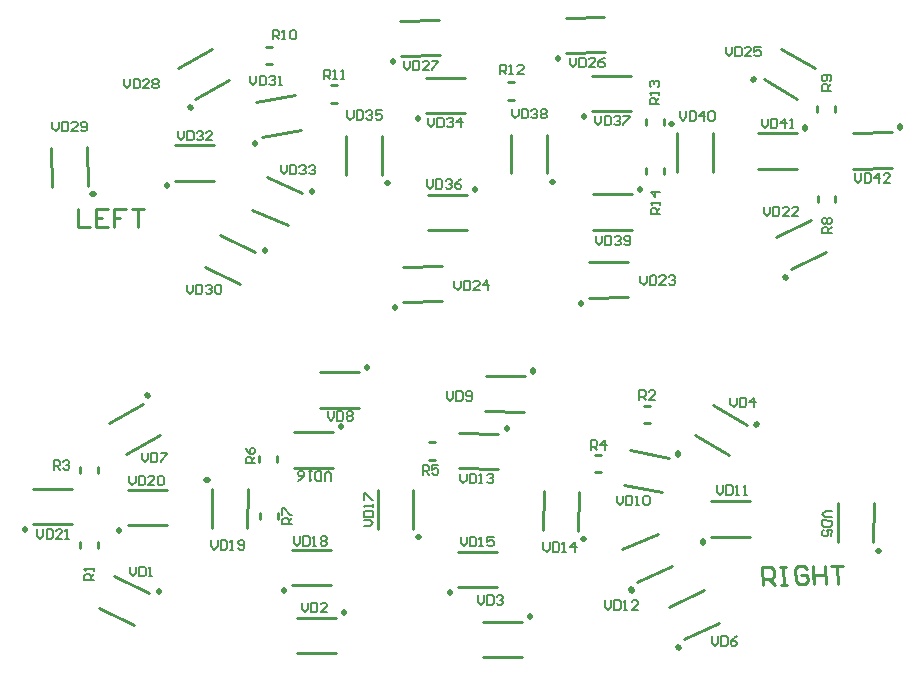
<source format=gto>
G04 Layer_Color=65535*
%FSLAX44Y44*%
%MOMM*%
G71*
G01*
G75*
%ADD33C,0.5000*%
%ADD34C,0.2540*%
%ADD35C,0.2000*%
D33*
X462836Y69612D02*
X462837Y68612D01*
X188491Y184458D02*
X189491Y184440D01*
X367336Y136362D02*
X368336Y136362D01*
X302586Y230362D02*
X302586Y229362D01*
X324836Y279862D02*
Y280862D01*
X138257Y256755D02*
X138741Y255881D01*
X756682Y125034D02*
X757682Y125017D01*
X587786Y43785D02*
X588201Y42875D01*
X465001Y276661D02*
X465010Y277661D01*
X148088Y89607D02*
X148526Y90505D01*
X654087Y231553D02*
X654602Y232410D01*
X114836Y142612D02*
X114836Y141613D01*
X34836Y143363D02*
X34836Y142362D01*
X304836Y72112D02*
Y73112D01*
X254086Y91862D02*
X254086Y90863D01*
X442664Y227958D02*
X442682Y228958D01*
X507170Y134787D02*
X508170Y134769D01*
X394336Y90112D02*
X394336Y89113D01*
X587539Y206374D02*
X587730Y207356D01*
X608586Y131862D02*
Y132862D01*
X548053Y92150D02*
X548459Y91237D01*
X480758Y437323D02*
X481759Y437323D01*
X341008Y436073D02*
X342008Y436074D01*
X229657Y470368D02*
X229831Y469384D01*
X91907Y426659D02*
X92907Y426676D01*
X346091Y539687D02*
X346108Y538688D01*
X678679Y356773D02*
X679109Y355870D01*
X505844Y334925D02*
X505861Y333925D01*
X348093Y331425D02*
X348111Y330425D01*
X651590Y523253D02*
X652090Y524119D01*
X486094Y542175D02*
X486111Y541175D01*
X174854Y500555D02*
X175338Y499680D01*
X508008Y493074D02*
X508008Y492074D01*
X555759Y431573D02*
X555759Y430573D01*
X367508Y491574D02*
X367509Y490574D01*
X415758Y431073D02*
X415759Y430073D01*
X154758Y434324D02*
X154759Y433324D01*
X775406Y484222D02*
X775423Y483222D01*
X695508Y483323D02*
X695508Y482323D01*
X582009Y485824D02*
X583009Y485824D01*
X237760Y378568D02*
X238198Y379467D01*
X277748Y428576D02*
X278155Y429489D01*
D34*
X422837Y34612D02*
X455837Y34613D01*
X422836Y64612D02*
X455836Y64612D01*
X222787Y143853D02*
X223363Y176848D01*
X192792Y144377D02*
X193368Y177372D01*
X234086Y151862D02*
Y156862D01*
X249086Y151862D02*
Y156862D01*
X248336Y199862D02*
X248336Y204862D01*
X233337Y199863D02*
X233337Y204863D01*
X333336Y143362D02*
X333336Y176362D01*
X363336Y176362D02*
X363336Y143362D01*
X262587Y195362D02*
X295587Y195362D01*
X262586Y225362D02*
X295586Y225362D01*
X376836Y201612D02*
X381836D01*
X376836Y216612D02*
X381836D01*
X517836Y191362D02*
X522836D01*
X517836Y206362D02*
X522836D01*
X284836Y245862D02*
X317836D01*
X284836Y275862D02*
X317836D01*
X120240Y206751D02*
X149102Y222750D01*
X105696Y232990D02*
X134558Y248988D01*
X96836Y191112D02*
Y196112D01*
X81836Y191112D02*
Y196112D01*
X722809Y132626D02*
X723385Y165621D01*
X752805Y132103D02*
X753381Y165098D01*
X558836Y232862D02*
X563836D01*
X558836Y247862D02*
X563836D01*
X81836Y127362D02*
Y132362D01*
X96836Y127362D02*
Y132362D01*
X580057Y77627D02*
X610085Y91312D01*
X592497Y50327D02*
X622526Y64013D01*
X424706Y243011D02*
X457705Y242723D01*
X424968Y273010D02*
X457967Y272722D01*
X97231Y76582D02*
X126892Y62116D01*
X110382Y103546D02*
X140042Y89080D01*
X602289Y223010D02*
X630575Y206014D01*
X617740Y248725D02*
X646027Y231729D01*
X121836Y176612D02*
X154836Y176612D01*
X121837Y146612D02*
X154836Y146612D01*
X41836Y177362D02*
X74836Y177362D01*
X41837Y147362D02*
X74836Y147362D01*
X264836Y38112D02*
X297836D01*
X264836Y68112D02*
X297836D01*
X261086Y125862D02*
X294086Y125862D01*
X261087Y95862D02*
X294086Y95862D01*
X402077Y194661D02*
X435073Y194085D01*
X402601Y224657D02*
X435596Y224081D01*
X473298Y142379D02*
X473874Y175374D01*
X503293Y141855D02*
X503869Y174850D01*
X401336Y124112D02*
X434336Y124112D01*
X401337Y94112D02*
X434336Y94112D01*
X541786Y180632D02*
X574181Y174335D01*
X547511Y210080D02*
X579904Y203784D01*
X615586Y166862D02*
X648586D01*
X615586Y136862D02*
X648586D01*
X540618Y126058D02*
X570765Y139480D01*
X552821Y98651D02*
X582968Y112074D01*
X659336Y96112D02*
X659203Y111347D01*
X666821Y111413D01*
X669382Y108896D01*
X669426Y103818D01*
X666909Y101257D01*
X659292Y101191D01*
X664370Y101235D02*
X669493Y96201D01*
X674438Y111480D02*
X679516Y111524D01*
X676977Y111502D01*
X677110Y96267D01*
X674571Y96245D01*
X679649Y96290D01*
X697312Y109140D02*
X694751Y111657D01*
X689672Y111613D01*
X687155Y109051D01*
X687244Y98895D01*
X689805Y96378D01*
X694883Y96423D01*
X697400Y98984D01*
X697356Y104062D01*
X692278Y104018D01*
X702368Y111723D02*
X702501Y96489D01*
X702434Y104106D01*
X712591Y104195D01*
X712524Y111812D01*
X712657Y96578D01*
X717602Y111856D02*
X727759Y111945D01*
X722680Y111901D01*
X722813Y96666D01*
X446758Y444324D02*
X446759Y477323D01*
X476758Y477323D02*
X476758Y444323D01*
X307008Y476073D02*
X307008Y443073D01*
X337008Y476073D02*
X337009Y443074D01*
X230647Y505067D02*
X263146Y510798D01*
X235856Y475523D02*
X268355Y481254D01*
X57214Y466059D02*
X57790Y433064D01*
X87209Y466583D02*
X87785Y433588D01*
X560508Y444074D02*
Y449074D01*
X575508Y444074D02*
Y449074D01*
Y485324D02*
Y490324D01*
X560508Y485324D02*
Y490324D01*
X444008Y521574D02*
X449008D01*
X444008Y506574D02*
X449008D01*
X294009Y519324D02*
X299009D01*
X294009Y504324D02*
X299009D01*
X352497Y573804D02*
X385492Y574380D01*
X353020Y543809D02*
X386015Y544385D01*
X670359Y390474D02*
X700145Y404681D01*
X683275Y363397D02*
X713060Y377603D01*
X512249Y369042D02*
X545244Y369618D01*
X512773Y339047D02*
X545768Y339623D01*
X354499Y365542D02*
X387494Y366118D01*
X355023Y335546D02*
X388018Y336123D01*
X720759Y496574D02*
Y501574D01*
X705759Y496574D02*
Y501574D01*
X239258Y551824D02*
X244258D01*
X239258Y536824D02*
X244258D01*
X675152Y550064D02*
X703731Y533564D01*
X660152Y524083D02*
X688731Y507584D01*
X492499Y576292D02*
X525494Y576868D01*
X493023Y546296D02*
X526017Y546873D01*
X164493Y533686D02*
X193355Y549685D01*
X179037Y507447D02*
X207899Y523446D01*
X515008Y527074D02*
X548008Y527074D01*
X515009Y497074D02*
X548008Y497074D01*
X515758Y396573D02*
X548759Y396574D01*
X515758Y426573D02*
X548758Y426574D01*
X374508Y525574D02*
X407509Y525574D01*
X374509Y495574D02*
X407509Y495574D01*
X375759Y396074D02*
X408759Y396073D01*
X375758Y426073D02*
X408758Y426074D01*
X161758Y468324D02*
X194758Y468324D01*
X161759Y438324D02*
X194758Y438324D01*
X706008Y420324D02*
Y425324D01*
X721009Y420324D02*
Y425324D01*
X736023Y448529D02*
X769018Y449105D01*
X735499Y478525D02*
X768494Y479101D01*
X655508Y448324D02*
X688509Y448324D01*
X655508Y478324D02*
X688508Y478324D01*
X617009Y445824D02*
X617009Y478823D01*
X587009Y478823D02*
X587009Y445823D01*
X186903Y365544D02*
X216563Y351078D01*
X200054Y392507D02*
X229715Y378041D01*
X227377Y413785D02*
X257525Y400362D01*
X239579Y441191D02*
X269726Y427769D01*
X79759Y414059D02*
Y398824D01*
X89915D01*
X105150Y414059D02*
X94993D01*
Y398824D01*
X105150D01*
X94993Y406441D02*
X100072D01*
X120385Y414059D02*
X110229D01*
Y406441D01*
X115307D01*
X110229D01*
Y398824D01*
X125464Y414059D02*
X135620D01*
X130542D01*
Y398824D01*
D35*
X93086Y99862D02*
X85089D01*
Y103861D01*
X86422Y105194D01*
X89088D01*
X90421Y103861D01*
Y99862D01*
Y102528D02*
X93086Y105194D01*
Y107860D02*
Y110526D01*
Y109193D01*
X85089D01*
X86422Y107860D01*
X555086Y252612D02*
Y260610D01*
X559085D01*
X560418Y259277D01*
Y256611D01*
X559085Y255278D01*
X555086D01*
X557752D02*
X560418Y252612D01*
X568415D02*
X563084D01*
X568415Y257944D01*
Y259277D01*
X567082Y260610D01*
X564417D01*
X563084Y259277D01*
X59086Y193612D02*
Y201610D01*
X63085D01*
X64418Y200277D01*
Y197611D01*
X63085Y196278D01*
X59086D01*
X61752D02*
X64418Y193612D01*
X67084Y200277D02*
X68417Y201610D01*
X71083D01*
X72415Y200277D01*
Y198944D01*
X71083Y197611D01*
X69749D01*
X71083D01*
X72415Y196278D01*
Y194945D01*
X71083Y193612D01*
X68417D01*
X67084Y194945D01*
X514086Y210362D02*
Y218360D01*
X518085D01*
X519418Y217027D01*
Y214361D01*
X518085Y213028D01*
X514086D01*
X516752D02*
X519418Y210362D01*
X526082D02*
Y218360D01*
X522084Y214361D01*
X527415D01*
X371586Y189362D02*
Y197360D01*
X375585D01*
X376918Y196027D01*
Y193361D01*
X375585Y192028D01*
X371586D01*
X374252D02*
X376918Y189362D01*
X384915Y197360D02*
X379584D01*
Y193361D01*
X382250Y194694D01*
X383582D01*
X384915Y193361D01*
Y190695D01*
X383582Y189362D01*
X380917D01*
X379584Y190695D01*
X229586Y198862D02*
X221589D01*
Y202861D01*
X222922Y204194D01*
X225588D01*
X226921Y202861D01*
Y198862D01*
Y201528D02*
X229586Y204194D01*
X221589Y212191D02*
X222922Y209526D01*
X225588Y206860D01*
X228253D01*
X229586Y208193D01*
Y210858D01*
X228253Y212191D01*
X226921D01*
X225588Y210858D01*
Y206860D01*
X260836Y147362D02*
X252839D01*
Y151361D01*
X254172Y152694D01*
X256838D01*
X258171Y151361D01*
Y147362D01*
Y150028D02*
X260836Y152694D01*
X252839Y155360D02*
Y160691D01*
X254172D01*
X259503Y155360D01*
X260836D01*
X123586Y111360D02*
Y106028D01*
X126252Y103362D01*
X128918Y106028D01*
Y111360D01*
X131584D02*
Y103362D01*
X135583D01*
X136915Y104695D01*
Y110027D01*
X135583Y111360D01*
X131584D01*
X139581Y103362D02*
X142247D01*
X140914D01*
Y111360D01*
X139581Y110027D01*
X269086Y80860D02*
Y75528D01*
X271752Y72862D01*
X274418Y75528D01*
Y80860D01*
X277084D02*
Y72862D01*
X281082D01*
X282415Y74195D01*
Y79527D01*
X281082Y80860D01*
X277084D01*
X290413Y72862D02*
X285081D01*
X290413Y78194D01*
Y79527D01*
X289080Y80860D01*
X286414D01*
X285081Y79527D01*
X418246Y87254D02*
Y81922D01*
X420912Y79256D01*
X423578Y81922D01*
Y87254D01*
X426244D02*
Y79256D01*
X430243D01*
X431575Y80589D01*
Y85921D01*
X430243Y87254D01*
X426244D01*
X434241Y85921D02*
X435574Y87254D01*
X438240D01*
X439573Y85921D01*
Y84588D01*
X438240Y83255D01*
X436907D01*
X438240D01*
X439573Y81922D01*
Y80589D01*
X438240Y79256D01*
X435574D01*
X434241Y80589D01*
X632086Y254610D02*
Y249278D01*
X634752Y246612D01*
X637418Y249278D01*
Y254610D01*
X640084D02*
Y246612D01*
X644082D01*
X645415Y247945D01*
Y253277D01*
X644082Y254610D01*
X640084D01*
X652080Y246612D02*
Y254610D01*
X648081Y250611D01*
X653413D01*
X718007Y158464D02*
X712676Y158557D01*
X709964Y155938D01*
X712583Y153226D01*
X717914Y153133D01*
X717867Y150468D02*
X709871Y150608D01*
X709801Y146609D01*
X711111Y145253D01*
X716441Y145161D01*
X717797Y146470D01*
X717867Y150468D01*
X717635Y137141D02*
X717728Y142472D01*
X713730Y142542D01*
X715016Y139853D01*
X714993Y138520D01*
X713636Y137211D01*
X710971Y137257D01*
X709662Y138613D01*
X709708Y141279D01*
X711064Y142588D01*
X616336Y52360D02*
Y47028D01*
X619002Y44362D01*
X621668Y47028D01*
Y52360D01*
X624334D02*
Y44362D01*
X628332D01*
X629665Y45695D01*
Y51027D01*
X628332Y52360D01*
X624334D01*
X637663D02*
X634997Y51027D01*
X632331Y48361D01*
Y45695D01*
X633664Y44362D01*
X636330D01*
X637663Y45695D01*
Y47028D01*
X636330Y48361D01*
X632331D01*
X133586Y207860D02*
Y202528D01*
X136252Y199862D01*
X138918Y202528D01*
Y207860D01*
X141584D02*
Y199862D01*
X145583D01*
X146915Y201195D01*
Y206527D01*
X145583Y207860D01*
X141584D01*
X149581D02*
X154913D01*
Y206527D01*
X149581Y201195D01*
Y199862D01*
X291086Y243110D02*
Y237778D01*
X293752Y235112D01*
X296418Y237778D01*
Y243110D01*
X299084D02*
Y235112D01*
X303083D01*
X304415Y236445D01*
Y241777D01*
X303083Y243110D01*
X299084D01*
X307081Y241777D02*
X308414Y243110D01*
X311080D01*
X312413Y241777D01*
Y240444D01*
X311080Y239111D01*
X312413Y237778D01*
Y236445D01*
X311080Y235112D01*
X308414D01*
X307081Y236445D01*
Y237778D01*
X308414Y239111D01*
X307081Y240444D01*
Y241777D01*
X308414Y239111D02*
X311080D01*
X392086Y259860D02*
Y254528D01*
X394752Y251862D01*
X397418Y254528D01*
Y259860D01*
X400084D02*
Y251862D01*
X404082D01*
X405415Y253195D01*
Y258527D01*
X404082Y259860D01*
X400084D01*
X408081Y253195D02*
X409414Y251862D01*
X412080D01*
X413413Y253195D01*
Y258527D01*
X412080Y259860D01*
X409414D01*
X408081Y258527D01*
Y257194D01*
X409414Y255861D01*
X413413D01*
X535836Y171610D02*
Y166278D01*
X538502Y163612D01*
X541168Y166278D01*
Y171610D01*
X543834D02*
Y163612D01*
X547832D01*
X549165Y164945D01*
Y170277D01*
X547832Y171610D01*
X543834D01*
X551831Y163612D02*
X554497D01*
X553164D01*
Y171610D01*
X551831Y170277D01*
X558496D02*
X559829Y171610D01*
X562494D01*
X563827Y170277D01*
Y164945D01*
X562494Y163612D01*
X559829D01*
X558496Y164945D01*
Y170277D01*
X620586Y180360D02*
Y175028D01*
X623252Y172362D01*
X625918Y175028D01*
Y180360D01*
X628584D02*
Y172362D01*
X632583D01*
X633915Y173695D01*
Y179027D01*
X632583Y180360D01*
X628584D01*
X636581Y172362D02*
X639247D01*
X637914D01*
Y180360D01*
X636581Y179027D01*
X643246Y172362D02*
X645911D01*
X644579D01*
Y180360D01*
X643246Y179027D01*
X525836Y82860D02*
Y77528D01*
X528502Y74862D01*
X531168Y77528D01*
Y82860D01*
X533834D02*
Y74862D01*
X537832D01*
X539165Y76195D01*
Y81527D01*
X537832Y82860D01*
X533834D01*
X541831Y74862D02*
X544497D01*
X543164D01*
Y82860D01*
X541831Y81527D01*
X553827Y74862D02*
X548496D01*
X553827Y80194D01*
Y81527D01*
X552494Y82860D01*
X549829D01*
X548496Y81527D01*
X403336Y190110D02*
Y184778D01*
X406002Y182112D01*
X408668Y184778D01*
Y190110D01*
X411334D02*
Y182112D01*
X415332D01*
X416665Y183445D01*
Y188777D01*
X415332Y190110D01*
X411334D01*
X419331Y182112D02*
X421997D01*
X420664D01*
Y190110D01*
X419331Y188777D01*
X425996D02*
X427329Y190110D01*
X429994D01*
X431327Y188777D01*
Y187444D01*
X429994Y186111D01*
X428661D01*
X429994D01*
X431327Y184778D01*
Y183445D01*
X429994Y182112D01*
X427329D01*
X425996Y183445D01*
X473836Y132110D02*
Y126778D01*
X476502Y124112D01*
X479168Y126778D01*
Y132110D01*
X481834D02*
Y124112D01*
X485832D01*
X487165Y125445D01*
Y130777D01*
X485832Y132110D01*
X481834D01*
X489831Y124112D02*
X492497D01*
X491164D01*
Y132110D01*
X489831Y130777D01*
X500494Y124112D02*
Y132110D01*
X496496Y128111D01*
X501827D01*
X403586Y136610D02*
Y131278D01*
X406252Y128612D01*
X408918Y131278D01*
Y136610D01*
X411584D02*
Y128612D01*
X415583D01*
X416915Y129945D01*
Y135277D01*
X415583Y136610D01*
X411584D01*
X419581Y128612D02*
X422247D01*
X420914D01*
Y136610D01*
X419581Y135277D01*
X431577Y136610D02*
X426246D01*
Y132611D01*
X428912Y133944D01*
X430244D01*
X431577Y132611D01*
Y129945D01*
X430244Y128612D01*
X427579D01*
X426246Y129945D01*
X293836Y184365D02*
Y189697D01*
X291171Y192362D01*
X288505Y189697D01*
Y184365D01*
X285839D02*
Y192362D01*
X281840D01*
X280507Y191029D01*
Y185698D01*
X281840Y184365D01*
X285839D01*
X277841Y192362D02*
X275176D01*
X276509D01*
Y184365D01*
X277841Y185698D01*
X265845Y184365D02*
X268511Y185698D01*
X271177Y188364D01*
Y191029D01*
X269844Y192362D01*
X267178D01*
X265845Y191029D01*
Y189697D01*
X267178Y188364D01*
X271177D01*
X321589Y145612D02*
X326921D01*
X329586Y148278D01*
X326921Y150944D01*
X321589D01*
Y153610D02*
X329586D01*
Y157608D01*
X328253Y158941D01*
X322922D01*
X321589Y157608D01*
Y153610D01*
X329586Y161607D02*
Y164273D01*
Y162940D01*
X321589D01*
X322922Y161607D01*
X321589Y168272D02*
Y173603D01*
X322922D01*
X328253Y168272D01*
X329586D01*
X262586Y137110D02*
Y131778D01*
X265252Y129112D01*
X267918Y131778D01*
Y137110D01*
X270584D02*
Y129112D01*
X274583D01*
X275915Y130445D01*
Y135777D01*
X274583Y137110D01*
X270584D01*
X278581Y129112D02*
X281247D01*
X279914D01*
Y137110D01*
X278581Y135777D01*
X285246D02*
X286579Y137110D01*
X289244D01*
X290577Y135777D01*
Y134444D01*
X289244Y133111D01*
X290577Y131778D01*
Y130445D01*
X289244Y129112D01*
X286579D01*
X285246Y130445D01*
Y131778D01*
X286579Y133111D01*
X285246Y134444D01*
Y135777D01*
X286579Y133111D02*
X289244D01*
X192586Y133860D02*
Y128528D01*
X195252Y125862D01*
X197918Y128528D01*
Y133860D01*
X200584D02*
Y125862D01*
X204583D01*
X205915Y127195D01*
Y132527D01*
X204583Y133860D01*
X200584D01*
X208581Y125862D02*
X211247D01*
X209914D01*
Y133860D01*
X208581Y132527D01*
X215246Y127195D02*
X216579Y125862D01*
X219244D01*
X220577Y127195D01*
Y132527D01*
X219244Y133860D01*
X216579D01*
X215246Y132527D01*
Y131194D01*
X216579Y129861D01*
X220577D01*
X123086Y188360D02*
Y183028D01*
X125752Y180362D01*
X128418Y183028D01*
Y188360D01*
X131084D02*
Y180362D01*
X135083D01*
X136415Y181695D01*
Y187027D01*
X135083Y188360D01*
X131084D01*
X144413Y180362D02*
X139081D01*
X144413Y185694D01*
Y187027D01*
X143080Y188360D01*
X140414D01*
X139081Y187027D01*
X147079D02*
X148412Y188360D01*
X151077D01*
X152410Y187027D01*
Y181695D01*
X151077Y180362D01*
X148412D01*
X147079Y181695D01*
Y187027D01*
X45086Y143110D02*
Y137778D01*
X47752Y135112D01*
X50418Y137778D01*
Y143110D01*
X53084D02*
Y135112D01*
X57083D01*
X58415Y136445D01*
Y141777D01*
X57083Y143110D01*
X53084D01*
X66413Y135112D02*
X61081D01*
X66413Y140444D01*
Y141777D01*
X65080Y143110D01*
X62414D01*
X61081Y141777D01*
X69079Y135112D02*
X71744D01*
X70412D01*
Y143110D01*
X69079Y141777D01*
X717758Y393574D02*
X709761D01*
Y397572D01*
X711094Y398905D01*
X713760D01*
X715093Y397572D01*
Y393574D01*
Y396239D02*
X717758Y398905D01*
X711094Y401571D02*
X709761Y402904D01*
Y405570D01*
X711094Y406903D01*
X712427D01*
X713760Y405570D01*
X715093Y406903D01*
X716425D01*
X717758Y405570D01*
Y402904D01*
X716425Y401571D01*
X715093D01*
X713760Y402904D01*
X712427Y401571D01*
X711094D01*
X713760Y402904D02*
Y405570D01*
X717508Y514574D02*
X709511D01*
Y518572D01*
X710844Y519905D01*
X713510D01*
X714843Y518572D01*
Y514574D01*
Y517239D02*
X717508Y519905D01*
X716176Y522571D02*
X717508Y523904D01*
Y526570D01*
X716176Y527903D01*
X710844D01*
X709511Y526570D01*
Y523904D01*
X710844Y522571D01*
X712177D01*
X713510Y523904D01*
Y527903D01*
X244508Y557824D02*
Y565821D01*
X248507D01*
X249840Y564488D01*
Y561822D01*
X248507Y560489D01*
X244508D01*
X247174D02*
X249840Y557824D01*
X252506D02*
X255172D01*
X253839D01*
Y565821D01*
X252506Y564488D01*
X259170D02*
X260503Y565821D01*
X263169D01*
X264502Y564488D01*
Y559156D01*
X263169Y557824D01*
X260503D01*
X259170Y559156D01*
Y564488D01*
X288008Y524074D02*
Y532071D01*
X292007D01*
X293340Y530738D01*
Y528072D01*
X292007Y526739D01*
X288008D01*
X290674D02*
X293340Y524074D01*
X296006D02*
X298672D01*
X297339D01*
Y532071D01*
X296006Y530738D01*
X302670Y524074D02*
X305336D01*
X304003D01*
Y532071D01*
X302670Y530738D01*
X437009Y528324D02*
Y536321D01*
X441007D01*
X442340Y534988D01*
Y532322D01*
X441007Y530989D01*
X437009D01*
X439674D02*
X442340Y528324D01*
X445006D02*
X447672D01*
X446339D01*
Y536321D01*
X445006Y534988D01*
X457002Y528324D02*
X451670D01*
X457002Y533655D01*
Y534988D01*
X455669Y536321D01*
X453003D01*
X451670Y534988D01*
X571758Y502824D02*
X563761D01*
Y506822D01*
X565094Y508155D01*
X567760D01*
X569093Y506822D01*
Y502824D01*
Y505489D02*
X571758Y508155D01*
Y510821D02*
Y513487D01*
Y512154D01*
X563761D01*
X565094Y510821D01*
Y517486D02*
X563761Y518818D01*
Y521484D01*
X565094Y522817D01*
X566427D01*
X567760Y521484D01*
Y520151D01*
Y521484D01*
X569093Y522817D01*
X570426D01*
X571758Y521484D01*
Y518818D01*
X570426Y517486D01*
X572509Y409824D02*
X564511D01*
Y413822D01*
X565844Y415155D01*
X568510D01*
X569843Y413822D01*
Y409824D01*
Y412489D02*
X572509Y415155D01*
Y417821D02*
Y420487D01*
Y419154D01*
X564511D01*
X565844Y417821D01*
X572509Y428484D02*
X564511D01*
X568510Y424486D01*
Y429817D01*
X660258Y416321D02*
Y410989D01*
X662924Y408324D01*
X665590Y410989D01*
Y416321D01*
X668256D02*
Y408324D01*
X672255D01*
X673587Y409656D01*
Y414988D01*
X672255Y416321D01*
X668256D01*
X681585Y408324D02*
X676253D01*
X681585Y413655D01*
Y414988D01*
X680252Y416321D01*
X677586D01*
X676253Y414988D01*
X689582Y408324D02*
X684251D01*
X689582Y413655D01*
Y414988D01*
X688249Y416321D01*
X685584D01*
X684251Y414988D01*
X555869Y357820D02*
X555962Y352489D01*
X558674Y349870D01*
X561293Y352582D01*
X561200Y357913D01*
X563865Y357959D02*
X564005Y349963D01*
X568003Y350033D01*
X569312Y351389D01*
X569219Y356720D01*
X567863Y358029D01*
X563865Y357959D01*
X577332Y350196D02*
X572001Y350103D01*
X577239Y355527D01*
X577215Y356859D01*
X575859Y358169D01*
X573194Y358122D01*
X571885Y356766D01*
X579881Y356906D02*
X581190Y358262D01*
X583856Y358308D01*
X585212Y356999D01*
X585235Y355666D01*
X583925Y354310D01*
X582593Y354287D01*
X583925Y354310D01*
X585281Y353001D01*
X585305Y351668D01*
X583995Y350312D01*
X581330Y350266D01*
X579974Y351575D01*
X398369Y353320D02*
X398462Y347989D01*
X401174Y345370D01*
X403793Y348082D01*
X403700Y353413D01*
X406365Y353459D02*
X406505Y345463D01*
X410503Y345533D01*
X411812Y346889D01*
X411719Y352220D01*
X410363Y353529D01*
X406365Y353459D01*
X419832Y345696D02*
X414501Y345603D01*
X419739Y351027D01*
X419715Y352359D01*
X418359Y353669D01*
X415694Y353622D01*
X414385Y352266D01*
X426495Y345812D02*
X426356Y353808D01*
X422427Y349740D01*
X427758Y349833D01*
X628259Y551571D02*
Y546239D01*
X630924Y543574D01*
X633590Y546239D01*
Y551571D01*
X636256D02*
Y543574D01*
X640255D01*
X641588Y544907D01*
Y550238D01*
X640255Y551571D01*
X636256D01*
X649585Y543574D02*
X644253D01*
X649585Y548905D01*
Y550238D01*
X648252Y551571D01*
X645586D01*
X644253Y550238D01*
X657582Y551571D02*
X652251D01*
Y547572D01*
X654917Y548905D01*
X656249D01*
X657582Y547572D01*
Y544907D01*
X656249Y543574D01*
X653584D01*
X652251Y544907D01*
X496259Y542321D02*
Y536989D01*
X498924Y534324D01*
X501590Y536989D01*
Y542321D01*
X504256D02*
Y534324D01*
X508255D01*
X509588Y535657D01*
Y540988D01*
X508255Y542321D01*
X504256D01*
X517585Y534324D02*
X512253D01*
X517585Y539655D01*
Y540988D01*
X516252Y542321D01*
X513586D01*
X512253Y540988D01*
X525582Y542321D02*
X522916Y540988D01*
X520251Y538322D01*
Y535657D01*
X521584Y534324D01*
X524249D01*
X525582Y535657D01*
Y536989D01*
X524249Y538322D01*
X520251D01*
X355508Y539821D02*
Y534489D01*
X358174Y531824D01*
X360840Y534489D01*
Y539821D01*
X363506D02*
Y531824D01*
X367505D01*
X368838Y533157D01*
Y538488D01*
X367505Y539821D01*
X363506D01*
X376835Y531824D02*
X371503D01*
X376835Y537155D01*
Y538488D01*
X375502Y539821D01*
X372836D01*
X371503Y538488D01*
X379501Y539821D02*
X384832D01*
Y538488D01*
X379501Y533157D01*
Y531824D01*
X118758Y524321D02*
Y518989D01*
X121424Y516324D01*
X124090Y518989D01*
Y524321D01*
X126756D02*
Y516324D01*
X130755D01*
X132087Y517657D01*
Y522988D01*
X130755Y524321D01*
X126756D01*
X140085Y516324D02*
X134753D01*
X140085Y521655D01*
Y522988D01*
X138752Y524321D01*
X136086D01*
X134753Y522988D01*
X142751D02*
X144084Y524321D01*
X146749D01*
X148082Y522988D01*
Y521655D01*
X146749Y520322D01*
X148082Y518989D01*
Y517657D01*
X146749Y516324D01*
X144084D01*
X142751Y517657D01*
Y518989D01*
X144084Y520322D01*
X142751Y521655D01*
Y522988D01*
X144084Y520322D02*
X146749D01*
X58039Y488063D02*
Y482731D01*
X60704Y480066D01*
X63370Y482731D01*
Y488063D01*
X66036D02*
Y480066D01*
X70035D01*
X71368Y481399D01*
Y486730D01*
X70035Y488063D01*
X66036D01*
X79365Y480066D02*
X74033D01*
X79365Y485397D01*
Y486730D01*
X78032Y488063D01*
X75366D01*
X74033Y486730D01*
X82031Y481399D02*
X83364Y480066D01*
X86029D01*
X87362Y481399D01*
Y486730D01*
X86029Y488063D01*
X83364D01*
X82031Y486730D01*
Y485397D01*
X83364Y484064D01*
X87362D01*
X171758Y350321D02*
Y344989D01*
X174424Y342324D01*
X177090Y344989D01*
Y350321D01*
X179756D02*
Y342324D01*
X183755D01*
X185088Y343657D01*
Y348988D01*
X183755Y350321D01*
X179756D01*
X187753Y348988D02*
X189086Y350321D01*
X191752D01*
X193085Y348988D01*
Y347655D01*
X191752Y346322D01*
X190419D01*
X191752D01*
X193085Y344989D01*
Y343657D01*
X191752Y342324D01*
X189086D01*
X187753Y343657D01*
X195751Y348988D02*
X197084Y350321D01*
X199749D01*
X201082Y348988D01*
Y343657D01*
X199749Y342324D01*
X197084D01*
X195751Y343657D01*
Y348988D01*
X225525Y527159D02*
Y521827D01*
X228190Y519162D01*
X230856Y521827D01*
Y527159D01*
X233522D02*
Y519162D01*
X237521D01*
X238853Y520494D01*
Y525826D01*
X237521Y527159D01*
X233522D01*
X241519Y525826D02*
X242852Y527159D01*
X245518D01*
X246851Y525826D01*
Y524493D01*
X245518Y523160D01*
X244185D01*
X245518D01*
X246851Y521827D01*
Y520494D01*
X245518Y519162D01*
X242852D01*
X241519Y520494D01*
X249517Y519162D02*
X252183D01*
X250850D01*
Y527159D01*
X249517Y525826D01*
X164258Y480321D02*
Y474989D01*
X166924Y472324D01*
X169590Y474989D01*
Y480321D01*
X172256D02*
Y472324D01*
X176255D01*
X177588Y473657D01*
Y478988D01*
X176255Y480321D01*
X172256D01*
X180253Y478988D02*
X181586Y480321D01*
X184252D01*
X185585Y478988D01*
Y477655D01*
X184252Y476322D01*
X182919D01*
X184252D01*
X185585Y474989D01*
Y473657D01*
X184252Y472324D01*
X181586D01*
X180253Y473657D01*
X193582Y472324D02*
X188251D01*
X193582Y477655D01*
Y478988D01*
X192250Y480321D01*
X189584D01*
X188251Y478988D01*
X251259Y451571D02*
Y446239D01*
X253924Y443574D01*
X256590Y446239D01*
Y451571D01*
X259256D02*
Y443574D01*
X263255D01*
X264587Y444907D01*
Y450238D01*
X263255Y451571D01*
X259256D01*
X267253Y450238D02*
X268586Y451571D01*
X271252D01*
X272585Y450238D01*
Y448905D01*
X271252Y447572D01*
X269919D01*
X271252D01*
X272585Y446239D01*
Y444907D01*
X271252Y443574D01*
X268586D01*
X267253Y444907D01*
X275251Y450238D02*
X276584Y451571D01*
X279249D01*
X280582Y450238D01*
Y448905D01*
X279249Y447572D01*
X277917D01*
X279249D01*
X280582Y446239D01*
Y444907D01*
X279249Y443574D01*
X276584D01*
X275251Y444907D01*
X376008Y491571D02*
Y486239D01*
X378674Y483574D01*
X381340Y486239D01*
Y491571D01*
X384006D02*
Y483574D01*
X388005D01*
X389338Y484907D01*
Y490238D01*
X388005Y491571D01*
X384006D01*
X392003Y490238D02*
X393336Y491571D01*
X396002D01*
X397335Y490238D01*
Y488905D01*
X396002Y487572D01*
X394669D01*
X396002D01*
X397335Y486239D01*
Y484907D01*
X396002Y483574D01*
X393336D01*
X392003Y484907D01*
X403999Y483574D02*
Y491571D01*
X400001Y487572D01*
X405332D01*
X307724Y497699D02*
Y492367D01*
X310390Y489702D01*
X313056Y492367D01*
Y497699D01*
X315722D02*
Y489702D01*
X319721D01*
X321054Y491035D01*
Y496366D01*
X319721Y497699D01*
X315722D01*
X323719Y496366D02*
X325052Y497699D01*
X327718D01*
X329051Y496366D01*
Y495033D01*
X327718Y493700D01*
X326385D01*
X327718D01*
X329051Y492367D01*
Y491035D01*
X327718Y489702D01*
X325052D01*
X323719Y491035D01*
X337048Y497699D02*
X331717D01*
Y493700D01*
X334383Y495033D01*
X335715D01*
X337048Y493700D01*
Y491035D01*
X335715Y489702D01*
X333050D01*
X331717Y491035D01*
X375009Y439321D02*
Y433989D01*
X377674Y431324D01*
X380340Y433989D01*
Y439321D01*
X383006D02*
Y431324D01*
X387005D01*
X388338Y432657D01*
Y437988D01*
X387005Y439321D01*
X383006D01*
X391003Y437988D02*
X392336Y439321D01*
X395002D01*
X396335Y437988D01*
Y436655D01*
X395002Y435322D01*
X393669D01*
X395002D01*
X396335Y433989D01*
Y432657D01*
X395002Y431324D01*
X392336D01*
X391003Y432657D01*
X404332Y439321D02*
X401666Y437988D01*
X399001Y435322D01*
Y432657D01*
X400334Y431324D01*
X402999D01*
X404332Y432657D01*
Y433989D01*
X402999Y435322D01*
X399001D01*
X517509Y493071D02*
Y487739D01*
X520174Y485074D01*
X522840Y487739D01*
Y493071D01*
X525506D02*
Y485074D01*
X529505D01*
X530838Y486407D01*
Y491738D01*
X529505Y493071D01*
X525506D01*
X533503Y491738D02*
X534836Y493071D01*
X537502D01*
X538835Y491738D01*
Y490405D01*
X537502Y489072D01*
X536169D01*
X537502D01*
X538835Y487739D01*
Y486407D01*
X537502Y485074D01*
X534836D01*
X533503Y486407D01*
X541501Y493071D02*
X546832D01*
Y491738D01*
X541501Y486407D01*
Y485074D01*
X447429Y498961D02*
Y493629D01*
X450094Y490964D01*
X452760Y493629D01*
Y498961D01*
X455426D02*
Y490964D01*
X459425D01*
X460757Y492296D01*
Y497628D01*
X459425Y498961D01*
X455426D01*
X463423Y497628D02*
X464756Y498961D01*
X467422D01*
X468755Y497628D01*
Y496295D01*
X467422Y494962D01*
X466089D01*
X467422D01*
X468755Y493629D01*
Y492296D01*
X467422Y490964D01*
X464756D01*
X463423Y492296D01*
X471421Y497628D02*
X472754Y498961D01*
X475419D01*
X476752Y497628D01*
Y496295D01*
X475419Y494962D01*
X476752Y493629D01*
Y492296D01*
X475419Y490964D01*
X472754D01*
X471421Y492296D01*
Y493629D01*
X472754Y494962D01*
X471421Y496295D01*
Y497628D01*
X472754Y494962D02*
X475419D01*
X518008Y391571D02*
Y386239D01*
X520674Y383574D01*
X523340Y386239D01*
Y391571D01*
X526006D02*
Y383574D01*
X530005D01*
X531338Y384907D01*
Y390238D01*
X530005Y391571D01*
X526006D01*
X534003Y390238D02*
X535336Y391571D01*
X538002D01*
X539335Y390238D01*
Y388905D01*
X538002Y387572D01*
X536669D01*
X538002D01*
X539335Y386239D01*
Y384907D01*
X538002Y383574D01*
X535336D01*
X534003Y384907D01*
X542001D02*
X543334Y383574D01*
X545999D01*
X547332Y384907D01*
Y390238D01*
X545999Y391571D01*
X543334D01*
X542001Y390238D01*
Y388905D01*
X543334Y387572D01*
X547332D01*
X589509Y497071D02*
Y491739D01*
X592174Y489074D01*
X594840Y491739D01*
Y497071D01*
X597506D02*
Y489074D01*
X601505D01*
X602837Y490406D01*
Y495738D01*
X601505Y497071D01*
X597506D01*
X609502Y489074D02*
Y497071D01*
X605503Y493072D01*
X610835D01*
X613501Y495738D02*
X614834Y497071D01*
X617500D01*
X618832Y495738D01*
Y490406D01*
X617500Y489074D01*
X614834D01*
X613501Y490406D01*
Y495738D01*
X658509Y490821D02*
Y485489D01*
X661174Y482824D01*
X663840Y485489D01*
Y490821D01*
X666506D02*
Y482824D01*
X670505D01*
X671837Y484156D01*
Y489488D01*
X670505Y490821D01*
X666506D01*
X678502Y482824D02*
Y490821D01*
X674503Y486822D01*
X679835D01*
X682501Y482824D02*
X685166D01*
X683834D01*
Y490821D01*
X682501Y489488D01*
X737758Y444571D02*
Y439239D01*
X740424Y436574D01*
X743090Y439239D01*
Y444571D01*
X745756D02*
Y436574D01*
X749755D01*
X751087Y437906D01*
Y443238D01*
X749755Y444571D01*
X745756D01*
X757752Y436574D02*
Y444571D01*
X753753Y440572D01*
X759085D01*
X767082Y436574D02*
X761751D01*
X767082Y441905D01*
Y443238D01*
X765749Y444571D01*
X763084D01*
X761751Y443238D01*
M02*

</source>
